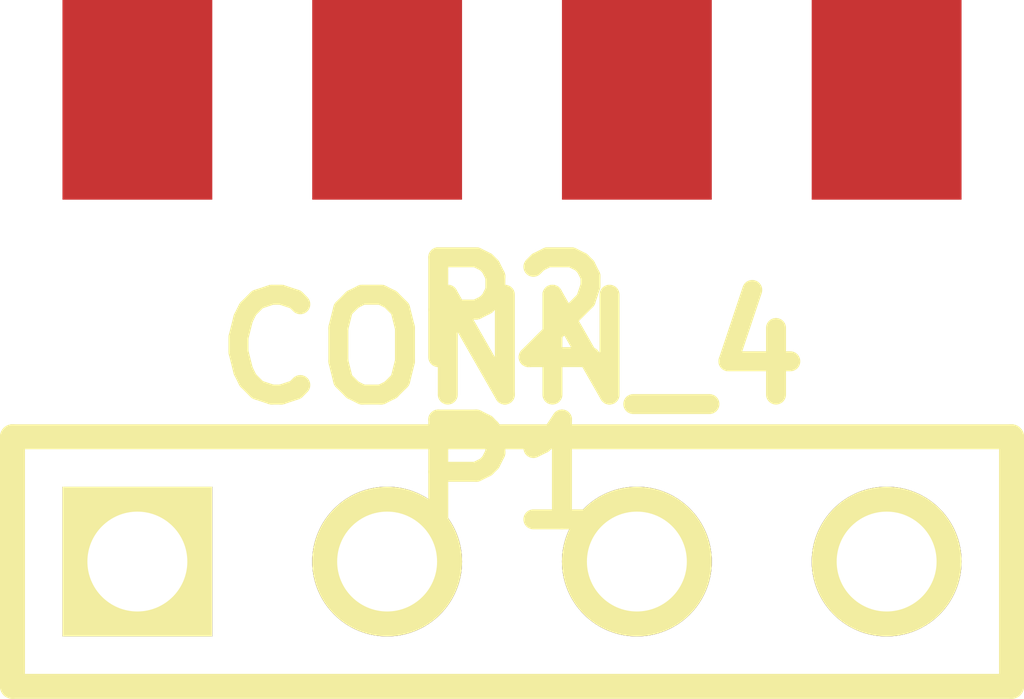
<source format=kicad_pcb>
(kicad_pcb (version 3) (host pcbnew "(2013-07-07 BZR 4022)-stable")

  (general
    (links 4)
    (no_connects 4)
    (area 0 0 0 0)
    (thickness 1.6)
    (drawings 0)
    (tracks 0)
    (zones 0)
    (modules 2)
    (nets 5)
  )

  (page A3)
  (layers
    (15 F.Cu signal)
    (0 B.Cu signal)
    (16 B.Adhes user)
    (17 F.Adhes user)
    (18 B.Paste user)
    (19 F.Paste user)
    (20 B.SilkS user)
    (21 F.SilkS user)
    (22 B.Mask user)
    (23 F.Mask user)
    (24 Dwgs.User user)
    (25 Cmts.User user)
    (26 Eco1.User user)
    (27 Eco2.User user)
    (28 Edge.Cuts user)
  )

  (setup
    (last_trace_width 0.254)
    (trace_clearance 0.254)
    (zone_clearance 0.508)
    (zone_45_only no)
    (trace_min 0.254)
    (segment_width 0.2)
    (edge_width 0.1)
    (via_size 0.889)
    (via_drill 0.635)
    (via_min_size 0.889)
    (via_min_drill 0.508)
    (uvia_size 0.508)
    (uvia_drill 0.127)
    (uvias_allowed no)
    (uvia_min_size 0.508)
    (uvia_min_drill 0.127)
    (pcb_text_width 0.3)
    (pcb_text_size 1.5 1.5)
    (mod_edge_width 0.15)
    (mod_text_size 1 1)
    (mod_text_width 0.15)
    (pad_size 1.5 1.5)
    (pad_drill 0.6)
    (pad_to_mask_clearance 0)
    (aux_axis_origin 0 0)
    (visible_elements FFFFFFBF)
    (pcbplotparams
      (layerselection 3178497)
      (usegerberextensions true)
      (excludeedgelayer true)
      (linewidth 0.150000)
      (plotframeref false)
      (viasonmask false)
      (mode 1)
      (useauxorigin false)
      (hpglpennumber 1)
      (hpglpenspeed 20)
      (hpglpendiameter 15)
      (hpglpenoverlay 2)
      (psnegative false)
      (psa4output false)
      (plotreference true)
      (plotvalue true)
      (plotothertext true)
      (plotinvisibletext false)
      (padsonsilk false)
      (subtractmaskfromsilk false)
      (outputformat 1)
      (mirror false)
      (drillshape 1)
      (scaleselection 1)
      (outputdirectory ""))
  )

  (net 0 "")
  (net 1 +3.3V)
  (net 2 /SCL)
  (net 3 /SDA)
  (net 4 GND)

  (net_class Default "This is the default net class."
    (clearance 0.254)
    (trace_width 0.254)
    (via_dia 0.889)
    (via_drill 0.635)
    (uvia_dia 0.508)
    (uvia_drill 0.127)
    (add_net "")
    (add_net +3.3V)
    (add_net /SCL)
    (add_net /SDA)
    (add_net GND)
  )

  (module PIN_ARRAY_4x1 (layer F.Cu) (tedit 4C10F42E) (tstamp 52FE6513)
    (at 223.393 131.699)
    (descr "Double rangee de contacts 2 x 5 pins")
    (tags CONN)
    (path /52FE6426)
    (fp_text reference P2 (at 0 -2.54) (layer F.SilkS)
      (effects (font (size 1.016 1.016) (thickness 0.2032)))
    )
    (fp_text value CONN_4 (at 0 2.54) (layer F.SilkS) hide
      (effects (font (size 1.016 1.016) (thickness 0.2032)))
    )
    (fp_line (start 5.08 1.27) (end -5.08 1.27) (layer F.SilkS) (width 0.254))
    (fp_line (start 5.08 -1.27) (end -5.08 -1.27) (layer F.SilkS) (width 0.254))
    (fp_line (start -5.08 -1.27) (end -5.08 1.27) (layer F.SilkS) (width 0.254))
    (fp_line (start 5.08 1.27) (end 5.08 -1.27) (layer F.SilkS) (width 0.254))
    (pad 1 thru_hole rect (at -3.81 0) (size 1.524 1.524) (drill 1.016)
      (layers *.Cu *.Mask F.SilkS)
      (net 1 +3.3V)
    )
    (pad 2 thru_hole circle (at -1.27 0) (size 1.524 1.524) (drill 1.016)
      (layers *.Cu *.Mask F.SilkS)
      (net 4 GND)
    )
    (pad 3 thru_hole circle (at 1.27 0) (size 1.524 1.524) (drill 1.016)
      (layers *.Cu *.Mask F.SilkS)
      (net 2 /SCL)
    )
    (pad 4 thru_hole circle (at 3.81 0) (size 1.524 1.524) (drill 1.016)
      (layers *.Cu *.Mask F.SilkS)
      (net 3 /SDA)
    )
    (model pin_array\pins_array_4x1.wrl
      (at (xyz 0 0 0))
      (scale (xyz 1 1 1))
      (rotate (xyz 0 0 0))
    )
  )

  (module CONN4_SMD_SPACE (layer F.Cu) (tedit 52FE62E3) (tstamp 52FE651B)
    (at 223.393 127)
    (descr "8dip300 smd shape")
    (tags "smd cms 8dip")
    (path /52FE5E4A)
    (attr smd)
    (fp_text reference P1 (at 0 3.81) (layer F.SilkS)
      (effects (font (size 1.016 1.016) (thickness 0.2032)))
    )
    (fp_text value CONN_4 (at 0 2.54) (layer F.SilkS)
      (effects (font (size 1.016 1.016) (thickness 0.2032)))
    )
    (pad 1 smd rect (at -3.81 0) (size 1.524 2.032)
      (layers F.Cu F.Paste F.Mask)
      (net 1 +3.3V)
    )
    (pad 2 smd rect (at -1.27 0) (size 1.524 2.032)
      (layers F.Cu F.Paste F.Mask)
      (net 4 GND)
    )
    (pad 3 smd rect (at 1.27 0) (size 1.524 2.032)
      (layers F.Cu F.Paste F.Mask)
      (net 2 /SCL)
    )
    (pad 4 smd rect (at 3.81 0) (size 1.524 2.032)
      (layers F.Cu F.Paste F.Mask)
      (net 3 /SDA)
    )
    (model smd/cms_so8.wrl
      (at (xyz 0 0 0))
      (scale (xyz 1 0.5 0.8))
      (rotate (xyz 0 0 0))
    )
  )

)

</source>
